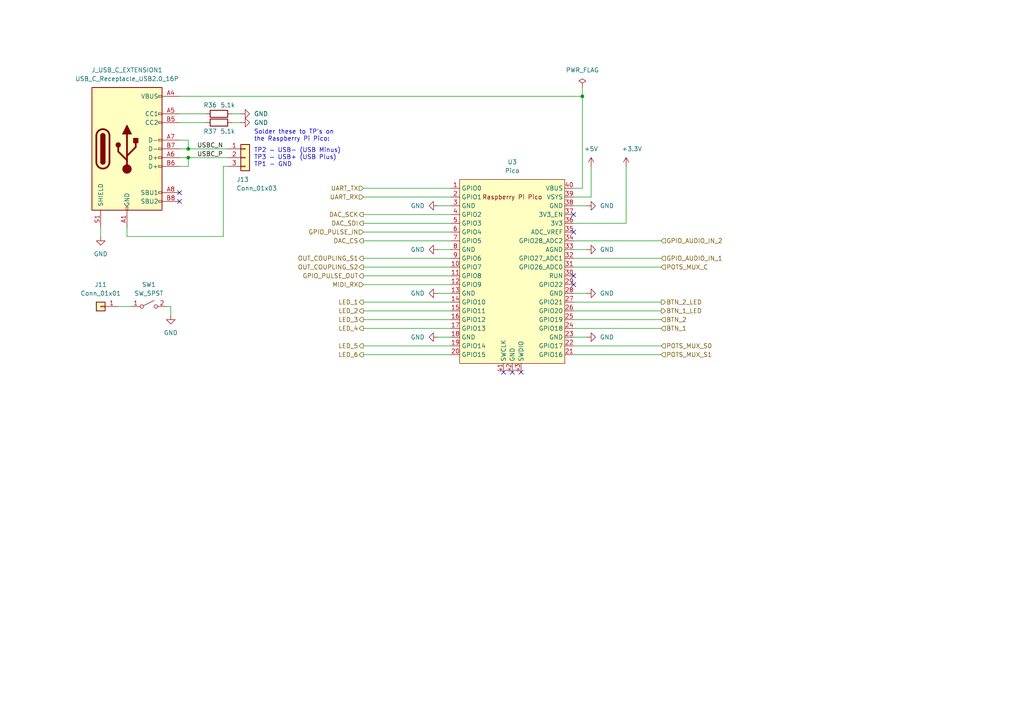
<source format=kicad_sch>
(kicad_sch (version 20250114) (generator "eeschema") (generator_version "9.0")
  (paper "A4")
  (lib_symbols
    (symbol "Connector:USB_C_Receptacle_USB2.0_16P" (pin_names (offset 1.016))
      (property "Reference" "J" (at 0 22.225 0))
      (property "Value" "USB_C_Receptacle_USB2.0_16P" (at 0 19.685 0))
      (symbol "USB_C_Receptacle_USB2.0_16P_0_0"
        (rectangle (start -0.254 -17.78) (end 0.254 -16.764))
        (rectangle (start 10.16 15.494) (end 9.144 14.986))
        (rectangle (start 10.16 10.414) (end 9.144 9.906))
        (rectangle (start 10.16 7.874) (end 9.144 7.366))
        (rectangle (start 10.16 2.794) (end 9.144 2.286))
        (rectangle (start 10.16 0.254) (end 9.144 -0.254))
        (rectangle (start 10.16 -2.286) (end 9.144 -2.794))
        (rectangle (start 10.16 -4.826) (end 9.144 -5.334))
        (rectangle (start 10.16 -12.446) (end 9.144 -12.954))
        (rectangle (start 10.16 -14.986) (end 9.144 -15.494))
      )
      (symbol "USB_C_Receptacle_USB2.0_16P_0_1"
        (rectangle (start -10.16 17.78) (end 10.16 -17.78) (stroke (width 0.254)) (fill (type background)))
        (polyline (pts (xy -8.89 -3.81) (xy -8.89 3.81)) (stroke (width 0.508)))
        (rectangle (start -7.62 -3.81) (end -6.35 3.81) (stroke (width 0.254)) (fill (type outline)))
        (arc (start -7.62 3.81) (mid -6.985 4.4423) (end -6.35 3.81) (stroke (width 0.254)))
        (arc (start -7.62 3.81) (mid -6.985 4.4423) (end -6.35 3.81) (stroke (width 0.254)) (fill (type outline)))
        (arc (start -8.89 3.81) (mid -6.985 5.7067) (end -5.08 3.81) (stroke (width 0.508)))
        (arc (start -5.08 -3.81) (mid -6.985 -5.7067) (end -8.89 -3.81) (stroke (width 0.508)))
        (arc (start -6.35 -3.81) (mid -6.985 -4.4423) (end -7.62 -3.81) (stroke (width 0.254)))
        (arc (start -6.35 -3.81) (mid -6.985 -4.4423) (end -7.62 -3.81) (stroke (width 0.254)) (fill (type outline)))
        (polyline (pts (xy -5.08 3.81) (xy -5.08 -3.81)) (stroke (width 0.508)))
        (circle (center -2.54 1.143) (radius 0.635) (stroke (width 0.254)) (fill (type outline)))
        (polyline (pts (xy -1.27 4.318) (xy 0 6.858) (xy 1.27 4.318) (xy -1.27 4.318)) (stroke (width 0.254)) (fill (type outline)))
        (polyline (pts (xy 0 -2.032) (xy 2.54 0.508) (xy 2.54 1.778)) (stroke (width 0.508)))
        (polyline (pts (xy 0 -3.302) (xy -2.54 -0.762) (xy -2.54 0.508)) (stroke (width 0.508)))
        (polyline (pts (xy 0 -5.842) (xy 0 4.318)) (stroke (width 0.508)))
        (circle (center 0 -5.842) (radius 1.27) (fill (type outline)))
        (rectangle (start 1.905 1.778) (end 3.175 3.048) (stroke (width 0.254)) (fill (type outline)))
      )
      (symbol "USB_C_Receptacle_USB2.0_16P_1_1"
        (pin passive line (at -7.62 -22.86 90) (length 5.08) (name "SHIELD") (number "S1"))
        (pin passive line (at 0 -22.86 90) (length 5.08) (name "GND") (number "A1"))
        (pin passive line (at 0 -22.86 90) (length 5.08) (hide yes) (name "GND") (number "A12"))
        (pin passive line (at 0 -22.86 90) (length 5.08) (hide yes) (name "GND") (number "B1"))
        (pin passive line (at 0 -22.86 90) (length 5.08) (hide yes) (name "GND") (number "B12"))
        (pin passive line (at 15.24 15.24 180) (length 5.08) (name "VBUS") (number "A4"))
        (pin passive line (at 15.24 15.24 180) (length 5.08) (hide yes) (name "VBUS") (number "A9"))
        (pin passive line (at 15.24 15.24 180) (length 5.08) (hide yes) (name "VBUS") (number "B4"))
        (pin passive line (at 15.24 15.24 180) (length 5.08) (hide yes) (name "VBUS") (number "B9"))
        (pin bidirectional line (at 15.24 10.16 180) (length 5.08) (name "CC1") (number "A5"))
        (pin bidirectional line (at 15.24 7.62 180) (length 5.08) (name "CC2") (number "B5"))
        (pin bidirectional line (at 15.24 2.54 180) (length 5.08) (name "D-") (number "A7"))
        (pin bidirectional line (at 15.24 0 180) (length 5.08) (name "D-") (number "B7"))
        (pin bidirectional line (at 15.24 -2.54 180) (length 5.08) (name "D+") (number "A6"))
        (pin bidirectional line (at 15.24 -5.08 180) (length 5.08) (name "D+") (number "B6"))
        (pin bidirectional line (at 15.24 -12.7 180) (length 5.08) (name "SBU1") (number "A8"))
        (pin bidirectional line (at 15.24 -15.24 180) (length 5.08) (name "SBU2") (number "B8"))
      )
    )
    (symbol "Connector_Generic:Conn_01x01" (pin_names (offset 1.016) (hide yes))
      (property "Reference" "J" (at 0 2.54 0))
      (property "Value" "Conn_01x01" (at 0 -2.54 0))
      (symbol "Conn_01x01_1_1"
        (rectangle (start -1.27 1.27) (end 1.27 -1.27) (stroke (width 0.254)) (fill (type background)))
        (rectangle (start -1.27 0.127) (end 0 -0.127) (stroke (width 0.1524)))
        (pin passive line (at -5.08 0 0) (length 3.81) (name "Pin_1") (number "1"))
      )
    )
    (symbol "Connector_Generic:Conn_01x03" (pin_names (offset 1.016) (hide yes))
      (property "Reference" "J" (at 0 5.08 0))
      (property "Value" "Conn_01x03" (at 0 -5.08 0))
      (symbol "Conn_01x03_1_1"
        (rectangle (start -1.27 3.81) (end 1.27 -3.81) (stroke (width 0.254)) (fill (type background)))
        (rectangle (start -1.27 2.667) (end 0 2.413) (stroke (width 0.1524)))
        (rectangle (start -1.27 0.127) (end 0 -0.127) (stroke (width 0.1524)))
        (rectangle (start -1.27 -2.413) (end 0 -2.667) (stroke (width 0.1524)))
        (pin passive line (at -5.08 2.54 0) (length 3.81) (name "Pin_1") (number "1"))
        (pin passive line (at -5.08 0 0) (length 3.81) (name "Pin_2") (number "2"))
        (pin passive line (at -5.08 -2.54 0) (length 3.81) (name "Pin_3") (number "3"))
      )
    )
    (symbol "Device:R" (pin_numbers (hide yes)) (pin_names (offset 0))
      (property "Reference" "R" (at 2.032 0 90))
      (property "Value" "R" (at 0 0 90))
      (symbol "R_0_1"
        (rectangle (start -1.016 -2.54) (end 1.016 2.54) (stroke (width 0.254)))
      )
      (symbol "R_1_1"
        (pin passive line (at 0 3.81 270) (length 1.27) (name "~") (number "1"))
        (pin passive line (at 0 -3.81 90) (length 1.27) (name "~") (number "2"))
      )
    )
    (symbol "MCU_RaspberryPi_and_Boards:Pico"
      (property "Reference" "U" (at -13.97 27.94 0))
      (property "Value" "Pico" (at 0 19.05 0))
      (symbol "Pico_0_0"
        (text "Raspberry Pi Pico" (at 0 21.59 0) (effects (font (size 1.27 1.27))))
      )
      (symbol "Pico_0_1"
        (rectangle (start -15.24 26.67) (end 15.24 -26.67) (fill (type background)))
      )
      (symbol "Pico_1_1"
        (pin bidirectional line (at -17.78 24.13 0) (length 2.54) (name "GPIO0") (number "1"))
        (pin bidirectional line (at -17.78 21.59 0) (length 2.54) (name "GPIO1") (number "2"))
        (pin power_in line (at -17.78 19.05 0) (length 2.54) (name "GND") (number "3"))
        (pin bidirectional line (at -17.78 16.51 0) (length 2.54) (name "GPIO2") (number "4"))
        (pin bidirectional line (at -17.78 13.97 0) (length 2.54) (name "GPIO3") (number "5"))
        (pin bidirectional line (at -17.78 11.43 0) (length 2.54) (name "GPIO4") (number "6"))
        (pin bidirectional line (at -17.78 8.89 0) (length 2.54) (name "GPIO5") (number "7"))
        (pin power_in line (at -17.78 6.35 0) (length 2.54) (name "GND") (number "8"))
        (pin bidirectional line (at -17.78 3.81 0) (length 2.54) (name "GPIO6") (number "9"))
        (pin bidirectional line (at -17.78 1.27 0) (length 2.54) (name "GPIO7") (number "10"))
        (pin bidirectional line (at -17.78 -1.27 0) (length 2.54) (name "GPIO8") (number "11"))
        (pin bidirectional line (at -17.78 -3.81 0) (length 2.54) (name "GPIO9") (number "12"))
        (pin power_in line (at -17.78 -6.35 0) (length 2.54) (name "GND") (number "13"))
        (pin bidirectional line (at -17.78 -8.89 0) (length 2.54) (name "GPIO10") (number "14"))
        (pin bidirectional line (at -17.78 -11.43 0) (length 2.54) (name "GPIO11") (number "15"))
        (pin bidirectional line (at -17.78 -13.97 0) (length 2.54) (name "GPIO12") (number "16"))
        (pin bidirectional line (at -17.78 -16.51 0) (length 2.54) (name "GPIO13") (number "17"))
        (pin power_in line (at -17.78 -19.05 0) (length 2.54) (name "GND") (number "18"))
        (pin bidirectional line (at -17.78 -21.59 0) (length 2.54) (name "GPIO14") (number "19"))
        (pin bidirectional line (at -17.78 -24.13 0) (length 2.54) (name "GPIO15") (number "20"))
        (pin input line (at -2.54 -29.21 90) (length 2.54) (name "SWCLK") (number "41"))
        (pin power_in line (at 0 -29.21 90) (length 2.54) (name "GND") (number "42"))
        (pin bidirectional line (at 2.54 -29.21 90) (length 2.54) (name "SWDIO") (number "43"))
        (pin power_in line (at 17.78 24.13 180) (length 2.54) (name "VBUS") (number "40"))
        (pin power_in line (at 17.78 21.59 180) (length 2.54) (name "VSYS") (number "39"))
        (pin bidirectional line (at 17.78 19.05 180) (length 2.54) (name "GND") (number "38"))
        (pin input line (at 17.78 16.51 180) (length 2.54) (name "3V3_EN") (number "37"))
        (pin power_in line (at 17.78 13.97 180) (length 2.54) (name "3V3") (number "36"))
        (pin power_in line (at 17.78 11.43 180) (length 2.54) (name "ADC_VREF") (number "35"))
        (pin bidirectional line (at 17.78 8.89 180) (length 2.54) (name "GPIO28_ADC2") (number "34"))
        (pin power_in line (at 17.78 6.35 180) (length 2.54) (name "AGND") (number "33"))
        (pin bidirectional line (at 17.78 3.81 180) (length 2.54) (name "GPIO27_ADC1") (number "32"))
        (pin bidirectional line (at 17.78 1.27 180) (length 2.54) (name "GPIO26_ADC0") (number "31"))
        (pin input line (at 17.78 -1.27 180) (length 2.54) (name "RUN") (number "30"))
        (pin bidirectional line (at 17.78 -3.81 180) (length 2.54) (name "GPIO22") (number "29"))
        (pin power_in line (at 17.78 -6.35 180) (length 2.54) (name "GND") (number "28"))
        (pin bidirectional line (at 17.78 -8.89 180) (length 2.54) (name "GPIO21") (number "27"))
        (pin bidirectional line (at 17.78 -11.43 180) (length 2.54) (name "GPIO20") (number "26"))
        (pin bidirectional line (at 17.78 -13.97 180) (length 2.54) (name "GPIO19") (number "25"))
        (pin bidirectional line (at 17.78 -16.51 180) (length 2.54) (name "GPIO18") (number "24"))
        (pin power_in line (at 17.78 -19.05 180) (length 2.54) (name "GND") (number "23"))
        (pin bidirectional line (at 17.78 -21.59 180) (length 2.54) (name "GPIO17") (number "22"))
        (pin bidirectional line (at 17.78 -24.13 180) (length 2.54) (name "GPIO16") (number "21"))
      )
    )
    (symbol "Switch:SW_SPST" (pin_names (offset 0) (hide yes))
      (property "Reference" "SW" (at 0 3.175 0))
      (property "Value" "SW_SPST" (at 0 -2.54 0))
      (symbol "SW_SPST_0_0"
        (circle (center -2.032 0) (radius 0.508))
        (polyline (pts (xy -1.524 0.254) (xy 1.524 1.778)))
        (circle (center 2.032 0) (radius 0.508))
      )
      (symbol "SW_SPST_1_1"
        (pin passive line (at -5.08 0 0) (length 2.54) (name "A") (number "1"))
        (pin passive line (at 5.08 0 180) (length 2.54) (name "B") (number "2"))
      )
    )
    (symbol "power:+3.3V" (power) (pin_numbers (hide yes)) (pin_names (offset 0) (hide yes))
      (property "Value" "+3.3V" (at 0 3.556 0))
      (symbol "+3.3V_0_1"
        (polyline (pts (xy -0.762 1.27) (xy 0 2.54)))
        (polyline (pts (xy 0 2.54) (xy 0.762 1.27)))
        (polyline (pts (xy 0 0) (xy 0 2.54)))
      )
      (symbol "+3.3V_1_1"
        (pin power_in line (at 0 0 90) (length 0) (name "~") (number "1"))
      )
    )
    (symbol "power:+5V" (power) (pin_numbers (hide yes)) (pin_names (offset 0) (hide yes))
      (property "Value" "+5V" (at 0 3.556 0))
      (symbol "+5V_0_1"
        (polyline (pts (xy -0.762 1.27) (xy 0 2.54)))
        (polyline (pts (xy 0 2.54) (xy 0.762 1.27)))
        (polyline (pts (xy 0 0) (xy 0 2.54)))
      )
      (symbol "+5V_1_1"
        (pin power_in line (at 0 0 90) (length 0) (name "~") (number "1"))
      )
    )
    (symbol "power:GND" (power) (pin_numbers (hide yes)) (pin_names (offset 0) (hide yes))
      (property "Value" "GND" (at 0 -3.81 0))
      (symbol "GND_0_1"
        (polyline (pts (xy 0 0) (xy 0 -1.27) (xy 1.27 -1.27) (xy 0 -2.54) (xy -1.27 -1.27) (xy 0 -1.27)))
      )
      (symbol "GND_1_1"
        (pin power_in line (at 0 0 270) (length 0) (name "~") (number "1"))
      )
    )
    (symbol "power:PWR_FLAG" (power) (pin_numbers (hide yes)) (pin_names (offset 0) (hide yes))
      (property "Value" "PWR_FLAG" (at 0 3.81 0))
      (symbol "PWR_FLAG_0_0"
        (pin power_out line (at 0 0 90) (length 0) (name "~") (number "1"))
      )
      (symbol "PWR_FLAG_0_1"
        (polyline (pts (xy 0 0) (xy 0 1.27) (xy -1.016 1.905) (xy 0 2.54) (xy 1.016 1.905) (xy 0 1.27)))
      )
    )
  )
  (text "TP2 — USB- (USB Minus)\nTP3 — USB+ (USB Plus)\nTP1 - GND" (at 73.66 45.72 0) (effects (font (size 1.27 1.27)) (justify left)))
  (text "Solder these to TP's on \nthe Raspberry Pi Pico:" (at 73.66 39.37 0) (effects (font (size 1.27 1.27)) (justify left)))
  (junction (at 54.61 43.18))
  (junction (at 54.61 45.72))
  (junction (at 168.91 27.94))
  (no_connect (at 166.37 67.31))
  (no_connect (at 52.07 58.42))
  (no_connect (at 148.59 107.95))
  (no_connect (at 166.37 62.23))
  (no_connect (at 52.07 55.88))
  (no_connect (at 166.37 82.55))
  (no_connect (at 166.37 80.01))
  (no_connect (at 151.13 107.95))
  (no_connect (at 146.05 107.95))
  (wire (pts (xy 166.37 74.93) (xy 191.77 74.93)))
  (wire (pts (xy 105.41 100.33) (xy 130.81 100.33)))
  (wire (pts (xy 170.18 97.79) (xy 166.37 97.79)))
  (wire (pts (xy 105.41 62.23) (xy 130.81 62.23)))
  (wire (pts (xy 52.07 43.18) (xy 54.61 43.18)))
  (wire (pts (xy 191.77 95.25) (xy 166.37 95.25)))
  (wire (pts (xy 105.41 82.55) (xy 130.81 82.55)))
  (wire (pts (xy 168.91 54.61) (xy 168.91 27.94)))
  (wire (pts (xy 168.91 25.4) (xy 168.91 27.94)))
  (wire (pts (xy 105.41 92.71) (xy 130.81 92.71)))
  (wire (pts (xy 105.41 74.93) (xy 130.81 74.93)))
  (wire (pts (xy 105.41 95.25) (xy 130.81 95.25)))
  (wire (pts (xy 52.07 27.94) (xy 168.91 27.94)))
  (wire (pts (xy 36.83 68.58) (xy 64.77 68.58)))
  (wire (pts (xy 171.45 57.15) (xy 166.37 57.15)))
  (wire (pts (xy 105.41 102.87) (xy 130.81 102.87)))
  (wire (pts (xy 191.77 100.33) (xy 166.37 100.33)))
  (wire (pts (xy 170.18 59.69) (xy 166.37 59.69)))
  (wire (pts (xy 105.41 87.63) (xy 130.81 87.63)))
  (wire (pts (xy 105.41 69.85) (xy 130.81 69.85)))
  (wire (pts (xy 170.18 72.39) (xy 166.37 72.39)))
  (wire (pts (xy 191.77 77.47) (xy 166.37 77.47)))
  (wire (pts (xy 105.41 57.15) (xy 130.81 57.15)))
  (wire (pts (xy 191.77 69.85) (xy 166.37 69.85)))
  (wire (pts (xy 105.41 64.77) (xy 130.81 64.77)))
  (wire (pts (xy 171.45 48.26) (xy 171.45 57.15)))
  (wire (pts (xy 54.61 48.26) (xy 52.07 48.26)))
  (wire (pts (xy 105.41 90.17) (xy 130.81 90.17)))
  (wire (pts (xy 105.41 67.31) (xy 130.81 67.31)))
  (wire (pts (xy 127 72.39) (xy 130.81 72.39)))
  (wire (pts (xy 36.83 66.04) (xy 36.83 68.58)))
  (wire (pts (xy 52.07 45.72) (xy 54.61 45.72)))
  (wire (pts (xy 181.61 64.77) (xy 166.37 64.77)))
  (wire (pts (xy 54.61 40.64) (xy 52.07 40.64)))
  (wire (pts (xy 127 85.09) (xy 130.81 85.09)))
  (wire (pts (xy 127 59.69) (xy 130.81 59.69)))
  (wire (pts (xy 49.53 88.9) (xy 49.53 91.44)))
  (wire (pts (xy 29.21 68.58) (xy 29.21 66.04)))
  (wire (pts (xy 69.85 33.02) (xy 67.31 33.02)))
  (wire (pts (xy 52.07 33.02) (xy 59.69 33.02)))
  (wire (pts (xy 69.85 35.56) (xy 67.31 35.56)))
  (wire (pts (xy 48.26 88.9) (xy 49.53 88.9)))
  (wire (pts (xy 54.61 45.72) (xy 54.61 48.26)))
  (wire (pts (xy 181.61 48.26) (xy 181.61 64.77)))
  (wire (pts (xy 170.18 85.09) (xy 166.37 85.09)))
  (wire (pts (xy 127 97.79) (xy 130.81 97.79)))
  (wire (pts (xy 64.77 68.58) (xy 64.77 48.26)))
  (wire (pts (xy 105.41 54.61) (xy 130.81 54.61)))
  (wire (pts (xy 105.41 77.47) (xy 130.81 77.47)))
  (wire (pts (xy 54.61 40.64) (xy 54.61 43.18)))
  (wire (pts (xy 105.41 80.01) (xy 130.81 80.01)))
  (wire (pts (xy 166.37 92.71) (xy 191.77 92.71)))
  (wire (pts (xy 38.1 88.9) (xy 34.29 88.9)))
  (wire (pts (xy 166.37 54.61) (xy 168.91 54.61)))
  (wire (pts (xy 64.77 48.26) (xy 66.04 48.26)))
  (wire (pts (xy 191.77 102.87) (xy 166.37 102.87)))
  (wire (pts (xy 166.37 87.63) (xy 191.77 87.63)))
  (wire (pts (xy 52.07 35.56) (xy 59.69 35.56)))
  (wire (pts (xy 166.37 90.17) (xy 191.77 90.17)))
  (wire (pts (xy 54.61 43.18) (xy 66.04 43.18)))
  (wire (pts (xy 66.04 45.72) (xy 54.61 45.72)))
  (label "USBC_N" (at 57.15 43.18 0))
  (label "USBC_P" (at 57.15 45.72 0))
  (hierarchical_label "OUT_COUPLING_S1" (shape output) (at 105.41 74.93 180))
  (hierarchical_label "POTS_MUX_C" (shape input) (at 191.77 77.47 0))
  (hierarchical_label "DAC_SCK" (shape output) (at 105.41 62.23 180))
  (hierarchical_label "BTN_2_LED" (shape output) (at 191.77 87.63 0))
  (hierarchical_label "LED_2" (shape output) (at 105.41 90.17 180))
  (hierarchical_label "LED_6" (shape output) (at 105.41 102.87 180))
  (hierarchical_label "BTN_1" (shape input) (at 191.77 95.25 0))
  (hierarchical_label "BTN_2" (shape input) (at 191.77 92.71 0))
  (hierarchical_label "DAC_SDI" (shape output) (at 105.41 64.77 180))
  (hierarchical_label "LED_1" (shape output) (at 105.41 87.63 180))
  (hierarchical_label "LED_3" (shape output) (at 105.41 92.71 180))
  (hierarchical_label "POTS_MUX_S1" (shape input) (at 191.77 102.87 0))
  (hierarchical_label "GPIO_PULSE_OUT" (shape output) (at 105.41 80.01 180))
  (hierarchical_label "GPIO_AUDIO_IN_2" (shape input) (at 191.77 69.85 0))
  (hierarchical_label "UART_RX" (shape input) (at 105.41 57.15 180))
  (hierarchical_label "GPIO_PULSE_IN" (shape input) (at 105.41 67.31 180))
  (hierarchical_label "OUT_COUPLING_S2" (shape output) (at 105.41 77.47 180))
  (hierarchical_label "LED_5" (shape output) (at 105.41 100.33 180))
  (hierarchical_label "UART_TX" (shape input) (at 105.41 54.61 180))
  (hierarchical_label "BTN_1_LED" (shape output) (at 191.77 90.17 0))
  (hierarchical_label "GPIO_AUDIO_IN_1" (shape input) (at 191.77 74.93 0))
  (hierarchical_label "DAC_CS" (shape output) (at 105.41 69.85 180))
  (hierarchical_label "LED_4" (shape output) (at 105.41 95.25 180))
  (hierarchical_label "MIDI_RX" (shape input) (at 105.41 82.55 180))
  (hierarchical_label "POTS_MUX_S0" (shape input) (at 191.77 100.33 0))
  (symbol (lib_id "power:GND") (at 127 85.09 270) (unit 1)
    (property "Reference" "#PWR030" (effects (hide yes)))
    (property "Value" "GND" (at 123.19 85.0899 90) (effects (justify right)))
    (property "Description" "Power symbol creates a global label with name \"GND\" , ground" (effects (hide yes)))
  )
  (symbol (lib_id "power:GND") (at 127 97.79 270) (unit 1)
    (property "Reference" "#PWR031" (effects (hide yes)))
    (property "Value" "GND" (at 123.19 97.7899 90) (effects (justify right)))
    (property "Description" "Power symbol creates a global label with name \"GND\" , ground" (effects (hide yes)))
  )
  (symbol (lib_id "power:GND") (at 170.18 72.39 90) (unit 1)
    (property "Reference" "#PWR01" (effects (hide yes)))
    (property "Value" "GND" (at 173.99 72.3899 90) (effects (justify right)))
    (property "Description" "Power symbol creates a global label with name \"GND\" , ground" (effects (hide yes)))
  )
  (symbol (lib_id "power:GND") (at 170.18 59.69 90) (unit 1)
    (property "Reference" "#PWR033" (effects (hide yes)))
    (property "Value" "GND" (at 173.99 59.6899 90) (effects (justify right)))
    (property "Description" "Power symbol creates a global label with name \"GND\" , ground" (effects (hide yes)))
  )
  (symbol (lib_id "power:GND") (at 127 59.69 270) (unit 1)
    (property "Reference" "#PWR028" (effects (hide yes)))
    (property "Value" "GND" (at 123.19 59.6899 90) (effects (justify right)))
    (property "Description" "Power symbol creates a global label with name \"GND\" , ground" (effects (hide yes)))
  )
  (symbol (lib_id "power:GND") (at 127 72.39 270) (unit 1)
    (property "Reference" "#PWR029" (effects (hide yes)))
    (property "Value" "GND" (at 123.19 72.3899 90) (effects (justify right)))
    (property "Description" "Power symbol creates a global label with name \"GND\" , ground" (effects (hide yes)))
  )
  (symbol (lib_id "Switch:SW_SPST") (at 43.18 88.9 0) (unit 1)
    (property "Reference" "SW1" (at 43.18 82.55 0))
    (property "Value" "SW_SPST" (at 43.18 85.09 0))
    (property "Footprint" "Button_Switch_THT:SW_Tactile_SKHH_Angled" (effects (hide yes)))
    (property "Description" "Single Pole Single Throw (SPST) switch" (effects (hide yes)))
    (property "Part URL" "https://www.hestore.hu/prod_10028126.html" (effects (hide yes)))
    (property "Vendor" "Mouser" (effects (hide yes)))
  )
  (symbol (lib_id "power:PWR_FLAG") (at 168.91 25.4 0) (unit 1)
    (property "Reference" "#FLG01" (effects (hide yes)))
    (property "Value" "PWR_FLAG" (at 168.91 20.32 0))
    (property "Description" "Special symbol for telling ERC where power comes from" (effects (hide yes)))
  )
  (symbol (lib_id "Connector_Generic:Conn_01x03") (at 71.12 45.72 0) (unit 1)
    (property "Reference" "J13" (at 68.58 52.07 0) (effects (justify left)))
    (property "Value" "Conn_01x03" (at 68.58 54.61 0) (effects (justify left)))
    (property "Footprint" "Connector_PinHeader_2.54mm:PinHeader_1x03_P2.54mm_Vertical" (effects (hide yes)))
    (property "Description" "Generic connector, single row, 01x03, script generated (kicad-library-utils/schlib/autogen/connector/)" (effects (hide yes)))
    (property "Vendor" "Mouser" (effects (hide yes)))
  )
  (symbol (lib_id "power:GND") (at 49.53 91.44 0) (unit 1)
    (property "Reference" "#PWR064" (effects (hide yes)))
    (property "Value" "GND" (at 49.53 96.52 0))
    (property "Description" "Power symbol creates a global label with name \"GND\" , ground" (effects (hide yes)))
  )
  (symbol (lib_id "Connector:USB_C_Receptacle_USB2.0_16P") (at 36.83 43.18 0) (unit 1)
    (property "Reference" "J_USB_C_EXTENSION1" (at 36.83 20.32 0))
    (property "Value" "USB_C_Receptacle_USB2.0_16P" (at 36.83 22.86 0))
    (property "Footprint" "Connector_USB:USB_C_Receptacle_HRO_TYPE-C-31-M-12" (effects (hide yes)))
    (property "Datasheet" "https://www.usb.org/sites/default/files/documents/usb_type-c.zip" (effects (hide yes)))
    (property "Description" "USB 2.0-only 16P Type-C Receptacle connector" (effects (hide yes)))
    (property "Vendor" "JLCPCB" (effects (hide yes)))
    (property "LCSC" "C165948" (effects (hide yes)))
    (property "CHECKED" "YES" (effects (hide yes)))
  )
  (symbol (lib_id "MCU_RaspberryPi_and_Boards:Pico") (at 148.59 78.74 0) (unit 1)
    (property "Reference" "U3" (at 148.59 46.99 0))
    (property "Value" "Pico" (at 148.59 49.53 0))
    (property "Footprint" "Module:RaspberryPi_Pico_Common_Unspecified" (effects (hide yes)))
    (property "Vendor" "Mouser" (effects (hide yes)))
  )
  (symbol (lib_id "power:GND") (at 170.18 85.09 90) (unit 1)
    (property "Reference" "#PWR035" (effects (hide yes)))
    (property "Value" "GND" (at 173.99 85.0899 90) (effects (justify right)))
    (property "Description" "Power symbol creates a global label with name \"GND\" , ground" (effects (hide yes)))
  )
  (symbol (lib_id "Device:R") (at 63.5 33.02 90) (mirror x) (unit 1)
    (property "Reference" "R36" (at 60.96 30.48 90))
    (property "Value" "5.1k" (at 66.04 30.48 90))
    (property "Footprint" "Resistor_SMD:R_0603_1608Metric" (effects (hide yes)))
    (property "LCSC" "C23186" (effects (hide yes)))
    (property "Vendor" "JLCPCB" (effects (hide yes)))
    (property "CHECKED" "YES" (effects (hide yes)))
  )
  (symbol (lib_id "power:+5V") (at 171.45 48.26 0) (unit 1)
    (property "Reference" "#PWR037" (effects (hide yes)))
    (property "Value" "+5V" (at 171.45 43.18 0))
    (property "Description" "Power symbol creates a global label with name \"+5V\"" (effects (hide yes)))
  )
  (symbol (lib_id "power:+3.3V") (at 181.61 48.26 0) (unit 1)
    (property "Reference" "#PWR038" (effects (hide yes)))
    (property "Value" "+3.3V" (at 180.34 43.18 0) (effects (justify left)))
    (property "Description" "Power symbol creates a global label with name \"+3.3V\"" (effects (hide yes)))
  )
  (symbol (lib_id "Device:R") (at 63.5 35.56 90) (unit 1)
    (property "Reference" "R37" (at 60.96 38.1 90))
    (property "Value" "5.1k" (at 66.04 38.1 90))
    (property "Footprint" "Resistor_SMD:R_0603_1608Metric" (effects (hide yes)))
    (property "LCSC" "C23186" (effects (hide yes)))
    (property "Vendor" "JLCPCB" (effects (hide yes)))
    (property "CHECKED" "YES" (effects (hide yes)))
  )
  (symbol (lib_id "power:GND") (at 69.85 35.56 90) (unit 1)
    (property "Reference" "#PWR075" (effects (hide yes)))
    (property "Value" "GND" (at 73.66 35.5599 90) (effects (justify right)))
    (property "Description" "Power symbol creates a global label with name \"GND\" , ground" (effects (hide yes)))
  )
  (symbol (lib_id "Connector_Generic:Conn_01x01") (at 29.21 88.9 180) (unit 1)
    (property "Reference" "J11" (at 29.21 82.55 0))
    (property "Value" "Conn_01x01" (at 29.21 85.09 0))
    (property "Footprint" "Connector_PinHeader_2.54mm:PinHeader_1x01_P2.54mm_Vertical" (effects (hide yes)))
    (property "Description" "Generic connector, single row, 01x01, script generated (kicad-library-utils/schlib/autogen/connector/)" (effects (hide yes)))
    (property "Vendor" "Mouser" (effects (hide yes)))
  )
  (symbol (lib_id "power:GND") (at 69.85 33.02 90) (unit 1)
    (property "Reference" "#PWR069" (effects (hide yes)))
    (property "Value" "GND" (at 73.66 33.0199 90) (effects (justify right)))
    (property "Description" "Power symbol creates a global label with name \"GND\" , ground" (effects (hide yes)))
  )
  (symbol (lib_id "power:GND") (at 29.21 68.58 0) (unit 1)
    (property "Reference" "#PWR071" (effects (hide yes)))
    (property "Value" "GND" (at 29.21 73.66 0))
    (property "Description" "Power symbol creates a global label with name \"GND\" , ground" (effects (hide yes)))
  )
  (symbol (lib_id "power:GND") (at 170.18 97.79 90) (unit 1)
    (property "Reference" "#PWR036" (effects (hide yes)))
    (property "Value" "GND" (at 173.99 97.7899 90) (effects (justify right)))
    (property "Description" "Power symbol creates a global label with name \"GND\" , ground" (effects (hide yes)))
  )
)
</source>
